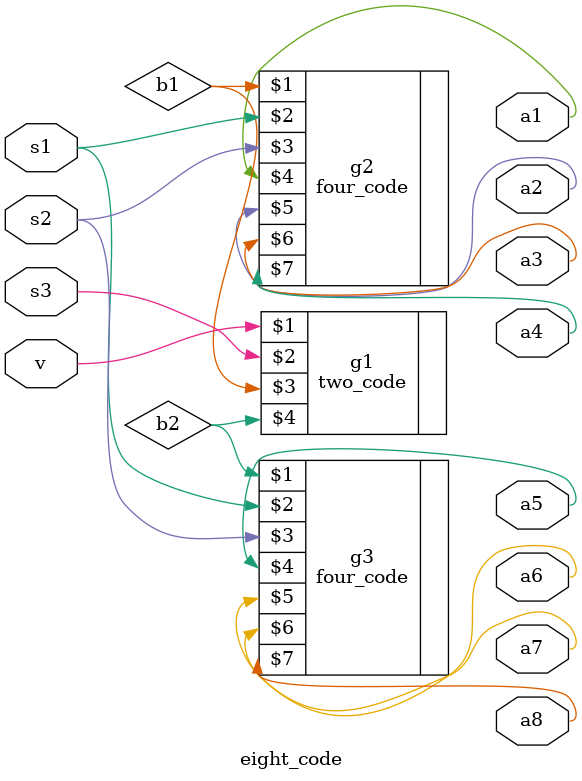
<source format=v>
`timescale 1ns / 1ps
module eight_code(v,s1,s2,s3,a1,a2,a3,a4,a5,a6,a7,a8);
input v,s1,s2,s3;
output a1,a2,a3,a4,a5,a6,a7,a8;
wire b1,b2;
two_code g1(v,s3,b1,b2);
four_code g2(b1,s1,s2,a1,a2,a3,a4);
four_code g3(b2,s1,s2,a5,a6,a7,a8);
endmodule
</source>
